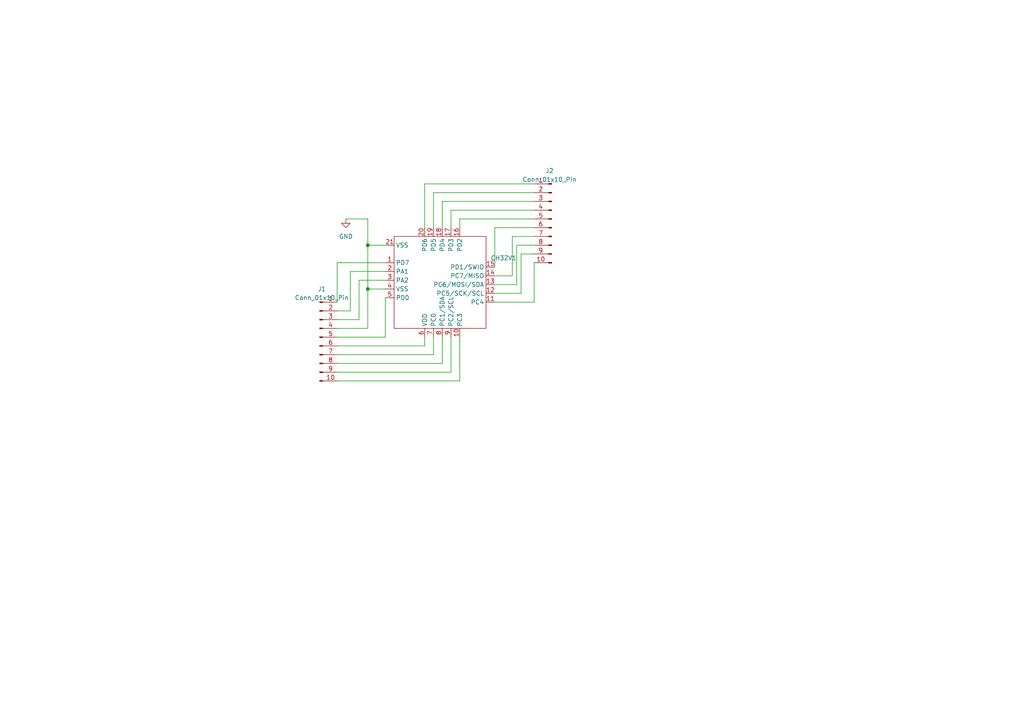
<source format=kicad_sch>
(kicad_sch (version 20230121) (generator eeschema)
  (paper "A4")
  (lib_symbols
    (symbol "Connector:Conn_01x10_Pin" (pin_names (offset 1.016) hide)
      (property "Reference" "J" (at 0 12.7 0))
      (property "Value" "Conn_01x10_Pin" (at 0 -15.24 0))
      (symbol "Conn_01x10_Pin_1_1"
        (polyline (pts (xy 1.27 -12.7) (xy 0.8636 -12.7)) (stroke (width 0.1524)))
        (polyline (pts (xy 1.27 -10.16) (xy 0.8636 -10.16)) (stroke (width 0.1524)))
        (polyline (pts (xy 1.27 -7.62) (xy 0.8636 -7.62)) (stroke (width 0.1524)))
        (polyline (pts (xy 1.27 -5.08) (xy 0.8636 -5.08)) (stroke (width 0.1524)))
        (polyline (pts (xy 1.27 -2.54) (xy 0.8636 -2.54)) (stroke (width 0.1524)))
        (polyline (pts (xy 1.27 0) (xy 0.8636 0)) (stroke (width 0.1524)))
        (polyline (pts (xy 1.27 2.54) (xy 0.8636 2.54)) (stroke (width 0.1524)))
        (polyline (pts (xy 1.27 5.08) (xy 0.8636 5.08)) (stroke (width 0.1524)))
        (polyline (pts (xy 1.27 7.62) (xy 0.8636 7.62)) (stroke (width 0.1524)))
        (polyline (pts (xy 1.27 10.16) (xy 0.8636 10.16)) (stroke (width 0.1524)))
        (rectangle (start 0.8636 -12.573) (end 0 -12.827) (stroke (width 0.1524)) (fill (type outline)))
        (rectangle (start 0.8636 -10.033) (end 0 -10.287) (stroke (width 0.1524)) (fill (type outline)))
        (rectangle (start 0.8636 -7.493) (end 0 -7.747) (stroke (width 0.1524)) (fill (type outline)))
        (rectangle (start 0.8636 -4.953) (end 0 -5.207) (stroke (width 0.1524)) (fill (type outline)))
        (rectangle (start 0.8636 -2.413) (end 0 -2.667) (stroke (width 0.1524)) (fill (type outline)))
        (rectangle (start 0.8636 0.127) (end 0 -0.127) (stroke (width 0.1524)) (fill (type outline)))
        (rectangle (start 0.8636 2.667) (end 0 2.413) (stroke (width 0.1524)) (fill (type outline)))
        (rectangle (start 0.8636 5.207) (end 0 4.953) (stroke (width 0.1524)) (fill (type outline)))
        (rectangle (start 0.8636 7.747) (end 0 7.493) (stroke (width 0.1524)) (fill (type outline)))
        (rectangle (start 0.8636 10.287) (end 0 10.033) (stroke (width 0.1524)) (fill (type outline)))
        (pin passive line (at 5.08 10.16 180) (length 3.81) (name "Pin_1") (number "1"))
        (pin passive line (at 5.08 -12.7 180) (length 3.81) (name "Pin_10") (number "10"))
        (pin passive line (at 5.08 7.62 180) (length 3.81) (name "Pin_2") (number "2"))
        (pin passive line (at 5.08 5.08 180) (length 3.81) (name "Pin_3") (number "3"))
        (pin passive line (at 5.08 2.54 180) (length 3.81) (name "Pin_4") (number "4"))
        (pin passive line (at 5.08 0 180) (length 3.81) (name "Pin_5") (number "5"))
        (pin passive line (at 5.08 -2.54 180) (length 3.81) (name "Pin_6") (number "6"))
        (pin passive line (at 5.08 -5.08 180) (length 3.81) (name "Pin_7") (number "7"))
        (pin passive line (at 5.08 -7.62 180) (length 3.81) (name "Pin_8") (number "8"))
        (pin passive line (at 5.08 -10.16 180) (length 3.81) (name "Pin_9") (number "9"))
      )
    )
    (symbol "Larry_Library:CH32V003_QFN20"
      (property "Reference" "CH32V003" (at -13.97 15.24 0))
      (symbol "CH32V003_QFN20_0_1"
        (rectangle (start -13.97 13.97) (end 12.7 -12.7))
      )
      (symbol "CH32V003_QFN20_1_1"
        (pin bidirectional line (at -16.51 6.35 0) (length 2.54) (name "PD7") (number "1"))
        (pin bidirectional line (at 5.08 -15.24 90) (length 2.54) (name "PC3") (number "10"))
        (pin bidirectional line (at 15.24 -5.08 180) (length 2.54) (name "PC4") (number "11"))
        (pin bidirectional line (at 15.24 -2.54 180) (length 2.54) (name "PC5/SCK/SCL") (number "12"))
        (pin bidirectional line (at 15.24 0 180) (length 2.54) (name "PC6/MOSI/SDA") (number "13"))
        (pin bidirectional line (at 15.24 2.54 180) (length 2.54) (name "PC7/MISO") (number "14"))
        (pin bidirectional line (at 15.24 5.08 180) (length 2.54) (name "PD1/SWIO") (number "15"))
        (pin bidirectional line (at 5.08 16.51 270) (length 2.54) (name "PD2") (number "16"))
        (pin bidirectional line (at 2.54 16.51 270) (length 2.54) (name "PD3") (number "17"))
        (pin bidirectional line (at 0 16.51 270) (length 2.54) (name "PD4") (number "18"))
        (pin bidirectional line (at -2.54 16.51 270) (length 2.54) (name "PD5") (number "19"))
        (pin bidirectional line (at -16.51 3.81 0) (length 2.54) (name "PA1") (number "2"))
        (pin bidirectional line (at -5.08 16.51 270) (length 2.54) (name "PD6") (number "20"))
        (pin power_in line (at -16.51 11.43 0) (length 2.54) (name "VSS") (number "21"))
        (pin bidirectional line (at -16.51 1.27 0) (length 2.54) (name "PA2") (number "3"))
        (pin power_in line (at -16.51 -1.27 0) (length 2.54) (name "VSS") (number "4"))
        (pin bidirectional line (at -16.51 -3.81 0) (length 2.54) (name "PD0") (number "5"))
        (pin power_in line (at -5.08 -15.24 90) (length 2.54) (name "VDD") (number "6"))
        (pin bidirectional line (at -2.54 -15.24 90) (length 2.54) (name "PC0") (number "7"))
        (pin bidirectional line (at 0 -15.24 90) (length 2.54) (name "PC1/SDA") (number "8"))
        (pin bidirectional line (at 2.54 -15.24 90) (length 2.54) (name "PC2/SCL") (number "9"))
      )
    )
    (symbol "power:GND" (power) (pin_names (offset 0))
      (property "Value" "GND" (at 0 -3.81 0))
      (symbol "GND_0_1"
        (polyline (pts (xy 0 0) (xy 0 -1.27) (xy 1.27 -1.27) (xy 0 -2.54) (xy -1.27 -1.27) (xy 0 -1.27)))
      )
      (symbol "GND_1_1"
        (pin power_in line (at 0 0 270) (length 0) hide (name "GND") (number "1"))
      )
    )
  )
  (junction (at 106.68 83.82))
  (junction (at 106.68 71.12))
  (wire (pts (xy 106.68 63.5) (xy 106.68 71.12)))
  (wire (pts (xy 97.79 102.87) (xy 125.73 102.87)))
  (wire (pts (xy 133.35 63.5) (xy 154.94 63.5)))
  (wire (pts (xy 97.79 110.49) (xy 133.35 110.49)))
  (wire (pts (xy 104.14 92.71) (xy 104.14 81.28)))
  (wire (pts (xy 123.19 53.34) (xy 154.94 53.34)))
  (wire (pts (xy 130.81 107.95) (xy 130.81 97.79)))
  (wire (pts (xy 97.79 95.25) (xy 106.68 95.25)))
  (wire (pts (xy 128.27 66.04) (xy 128.27 58.42)))
  (wire (pts (xy 143.51 82.55) (xy 149.86 82.55)))
  (wire (pts (xy 148.59 80.01) (xy 148.59 68.58)))
  (wire (pts (xy 123.19 100.33) (xy 123.19 97.79)))
  (wire (pts (xy 133.35 66.04) (xy 133.35 63.5)))
  (wire (pts (xy 130.81 66.04) (xy 130.81 60.96)))
  (wire (pts (xy 143.51 66.04) (xy 154.94 66.04)))
  (wire (pts (xy 97.79 105.41) (xy 128.27 105.41)))
  (wire (pts (xy 149.86 82.55) (xy 149.86 71.12)))
  (wire (pts (xy 133.35 110.49) (xy 133.35 97.79)))
  (wire (pts (xy 143.51 87.63) (xy 154.94 87.63)))
  (wire (pts (xy 111.76 71.12) (xy 106.68 71.12)))
  (wire (pts (xy 125.73 102.87) (xy 125.73 97.79)))
  (wire (pts (xy 97.79 87.63) (xy 97.79 76.2)))
  (wire (pts (xy 97.79 92.71) (xy 104.14 92.71)))
  (wire (pts (xy 148.59 68.58) (xy 154.94 68.58)))
  (wire (pts (xy 123.19 66.04) (xy 123.19 53.34)))
  (wire (pts (xy 106.68 95.25) (xy 106.68 83.82)))
  (wire (pts (xy 128.27 105.41) (xy 128.27 97.79)))
  (wire (pts (xy 151.13 85.09) (xy 151.13 73.66)))
  (wire (pts (xy 97.79 90.17) (xy 101.6 90.17)))
  (wire (pts (xy 97.79 100.33) (xy 123.19 100.33)))
  (wire (pts (xy 125.73 55.88) (xy 154.94 55.88)))
  (wire (pts (xy 101.6 78.74) (xy 111.76 78.74)))
  (wire (pts (xy 100.33 63.5) (xy 106.68 63.5)))
  (wire (pts (xy 154.94 87.63) (xy 154.94 76.2)))
  (wire (pts (xy 101.6 90.17) (xy 101.6 78.74)))
  (wire (pts (xy 106.68 83.82) (xy 111.76 83.82)))
  (wire (pts (xy 97.79 76.2) (xy 111.76 76.2)))
  (wire (pts (xy 143.51 85.09) (xy 151.13 85.09)))
  (wire (pts (xy 149.86 71.12) (xy 154.94 71.12)))
  (wire (pts (xy 151.13 73.66) (xy 154.94 73.66)))
  (wire (pts (xy 97.79 97.79) (xy 111.76 97.79)))
  (wire (pts (xy 130.81 60.96) (xy 154.94 60.96)))
  (wire (pts (xy 143.51 77.47) (xy 143.51 66.04)))
  (wire (pts (xy 106.68 71.12) (xy 106.68 83.82)))
  (wire (pts (xy 128.27 58.42) (xy 154.94 58.42)))
  (wire (pts (xy 143.51 80.01) (xy 148.59 80.01)))
  (wire (pts (xy 125.73 66.04) (xy 125.73 55.88)))
  (wire (pts (xy 97.79 107.95) (xy 130.81 107.95)))
  (wire (pts (xy 111.76 97.79) (xy 111.76 86.36)))
  (wire (pts (xy 104.14 81.28) (xy 111.76 81.28)))
  (symbol (lib_id "power:GND") (at 100.33 63.5 0) (unit 1)
    (property "Reference" "#PWR01" (effects hide))
    (property "Value" "GND" (at 100.33 68.58 0))
  )
  (symbol (lib_id "Connector:Conn_01x10_Pin") (at 92.71 97.79 0) (unit 1)
    (property "Reference" "J1" (at 93.345 83.82 0))
    (property "Value" "Conn_01x10_Pin" (at 93.345 86.36 0))
    (property "Footprint" "Connector_PinHeader_2.54mm:PinHeader_1x10_P2.54mm_Vertical" (effects hide))
  )
  (symbol (lib_id "Connector:Conn_01x10_Pin") (at 160.02 63.5 0) (mirror y) (unit 1)
    (property "Reference" "J2" (at 159.385 49.53 0))
    (property "Value" "Conn_01x10_Pin" (at 159.385 52.07 0))
    (property "Footprint" "Connector_PinHeader_2.54mm:PinHeader_1x10_P2.54mm_Vertical" (effects hide))
  )
  (symbol (lib_id "Larry_Library:CH32V003_QFN20") (at 128.27 82.55 0) (unit 1)
    (property "Reference" "CH32V1" (at 146.05 74.8283 0))
    (property "Value" "~" (at 128.27 82.55 0))
    (property "Footprint" "Larry:QFN-20_3x3_improved" (effects hide))
  )
)
</source>
